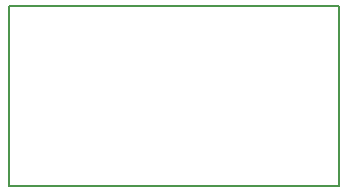
<source format=gbr>
G04 #@! TF.FileFunction,Profile,NP*
%FSLAX46Y46*%
G04 Gerber Fmt 4.6, Leading zero omitted, Abs format (unit mm)*
G04 Created by KiCad (PCBNEW 4.0.5+dfsg1-4) date Tue May  1 22:16:52 2018*
%MOMM*%
%LPD*%
G01*
G04 APERTURE LIST*
%ADD10C,0.100000*%
%ADD11C,0.150000*%
G04 APERTURE END LIST*
D10*
D11*
X168910000Y-100330000D02*
X168910000Y-85090000D01*
X196850000Y-100330000D02*
X168910000Y-100330000D01*
X196850000Y-85090000D02*
X196850000Y-100330000D01*
X168910000Y-85090000D02*
X196850000Y-85090000D01*
M02*

</source>
